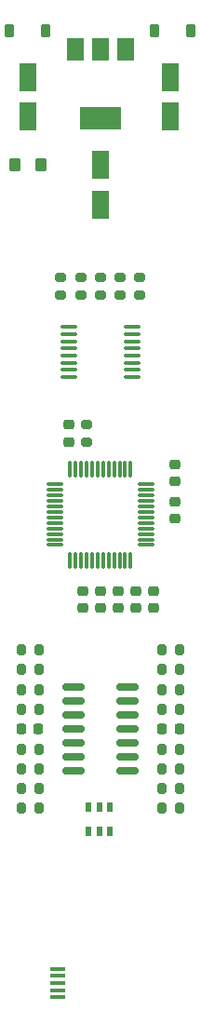
<source format=gbr>
%TF.GenerationSoftware,KiCad,Pcbnew,7.0.8*%
%TF.CreationDate,2023-10-17T17:14:39+01:00*%
%TF.ProjectId,QuadEnv_Components_3,51756164-456e-4765-9f43-6f6d706f6e65,rev?*%
%TF.SameCoordinates,Original*%
%TF.FileFunction,Paste,Top*%
%TF.FilePolarity,Positive*%
%FSLAX46Y46*%
G04 Gerber Fmt 4.6, Leading zero omitted, Abs format (unit mm)*
G04 Created by KiCad (PCBNEW 7.0.8) date 2023-10-17 17:14:39*
%MOMM*%
%LPD*%
G01*
G04 APERTURE LIST*
G04 Aperture macros list*
%AMRoundRect*
0 Rectangle with rounded corners*
0 $1 Rounding radius*
0 $2 $3 $4 $5 $6 $7 $8 $9 X,Y pos of 4 corners*
0 Add a 4 corners polygon primitive as box body*
4,1,4,$2,$3,$4,$5,$6,$7,$8,$9,$2,$3,0*
0 Add four circle primitives for the rounded corners*
1,1,$1+$1,$2,$3*
1,1,$1+$1,$4,$5*
1,1,$1+$1,$6,$7*
1,1,$1+$1,$8,$9*
0 Add four rect primitives between the rounded corners*
20,1,$1+$1,$2,$3,$4,$5,0*
20,1,$1+$1,$4,$5,$6,$7,0*
20,1,$1+$1,$6,$7,$8,$9,0*
20,1,$1+$1,$8,$9,$2,$3,0*%
G04 Aperture macros list end*
%ADD10RoundRect,0.200000X-0.200000X-0.275000X0.200000X-0.275000X0.200000X0.275000X-0.200000X0.275000X0*%
%ADD11R,0.600000X0.950000*%
%ADD12RoundRect,0.250000X-0.550000X1.050000X-0.550000X-1.050000X0.550000X-1.050000X0.550000X1.050000X0*%
%ADD13RoundRect,0.250000X0.550000X-1.050000X0.550000X1.050000X-0.550000X1.050000X-0.550000X-1.050000X0*%
%ADD14RoundRect,0.200000X0.275000X-0.200000X0.275000X0.200000X-0.275000X0.200000X-0.275000X-0.200000X0*%
%ADD15RoundRect,0.225000X0.250000X-0.225000X0.250000X0.225000X-0.250000X0.225000X-0.250000X-0.225000X0*%
%ADD16RoundRect,0.225000X-0.250000X0.225000X-0.250000X-0.225000X0.250000X-0.225000X0.250000X0.225000X0*%
%ADD17RoundRect,0.150000X-0.825000X-0.150000X0.825000X-0.150000X0.825000X0.150000X-0.825000X0.150000X0*%
%ADD18RoundRect,0.200000X0.200000X0.275000X-0.200000X0.275000X-0.200000X-0.275000X0.200000X-0.275000X0*%
%ADD19RoundRect,0.250000X0.275000X0.350000X-0.275000X0.350000X-0.275000X-0.350000X0.275000X-0.350000X0*%
%ADD20RoundRect,0.200000X-0.275000X0.200000X-0.275000X-0.200000X0.275000X-0.200000X0.275000X0.200000X0*%
%ADD21RoundRect,0.225000X-0.225000X-0.375000X0.225000X-0.375000X0.225000X0.375000X-0.225000X0.375000X0*%
%ADD22R,1.500000X2.000000*%
%ADD23R,3.800000X2.000000*%
%ADD24R,1.350000X0.400000*%
%ADD25RoundRect,0.225000X-0.225000X-0.250000X0.225000X-0.250000X0.225000X0.250000X-0.225000X0.250000X0*%
%ADD26RoundRect,0.100000X-0.637500X-0.100000X0.637500X-0.100000X0.637500X0.100000X-0.637500X0.100000X0*%
%ADD27RoundRect,0.075000X-0.662500X-0.075000X0.662500X-0.075000X0.662500X0.075000X-0.662500X0.075000X0*%
%ADD28RoundRect,0.075000X-0.075000X-0.662500X0.075000X-0.662500X0.075000X0.662500X-0.075000X0.662500X0*%
%ADD29RoundRect,0.225000X0.225000X0.250000X-0.225000X0.250000X-0.225000X-0.250000X0.225000X-0.250000X0*%
G04 APERTURE END LIST*
D10*
%TO.C,R22*%
X64975000Y-127500000D03*
X66625000Y-127500000D03*
%TD*%
D11*
%TO.C,U5*%
X60250000Y-129175000D03*
X59300000Y-129175000D03*
X58350000Y-129175000D03*
X58350000Y-131425000D03*
X59300000Y-131425000D03*
X60250000Y-131425000D03*
%TD*%
D12*
%TO.C,C4*%
X52800000Y-62800000D03*
X52800000Y-66400000D03*
%TD*%
D13*
%TO.C,C5*%
X65800000Y-66400000D03*
X65800000Y-62800000D03*
%TD*%
D14*
%TO.C,R3*%
X63000000Y-82625000D03*
X63000000Y-80975000D03*
%TD*%
D15*
%TO.C,C11*%
X57800000Y-111075000D03*
X57800000Y-109525000D03*
%TD*%
D10*
%TO.C,R16*%
X64975000Y-118500000D03*
X66625000Y-118500000D03*
%TD*%
D16*
%TO.C,C7*%
X61000000Y-109525000D03*
X61000000Y-111075000D03*
%TD*%
D17*
%TO.C,U4*%
X56925000Y-118290000D03*
X56925000Y-119560000D03*
X56925000Y-120830000D03*
X56925000Y-122100000D03*
X56925000Y-123370000D03*
X56925000Y-124640000D03*
X56925000Y-125910000D03*
X61875000Y-125910000D03*
X61875000Y-124640000D03*
X61875000Y-123370000D03*
X61875000Y-122100000D03*
X61875000Y-120830000D03*
X61875000Y-119560000D03*
X61875000Y-118290000D03*
%TD*%
D14*
%TO.C,R4*%
X61200000Y-82625000D03*
X61200000Y-80975000D03*
%TD*%
D18*
%TO.C,R9*%
X53825000Y-120300000D03*
X52175000Y-120300000D03*
%TD*%
D19*
%TO.C,L1*%
X53950000Y-70800000D03*
X51650000Y-70800000D03*
%TD*%
D12*
%TO.C,C8*%
X59400000Y-70800000D03*
X59400000Y-74400000D03*
%TD*%
D18*
%TO.C,R17*%
X53825000Y-116700000D03*
X52175000Y-116700000D03*
%TD*%
D20*
%TO.C,R5*%
X58100000Y-94375000D03*
X58100000Y-96025000D03*
%TD*%
D15*
%TO.C,C3*%
X66200000Y-99575000D03*
X66200000Y-98025000D03*
%TD*%
D10*
%TO.C,R24*%
X64975000Y-114900000D03*
X66625000Y-114900000D03*
%TD*%
%TO.C,R11*%
X64975000Y-123900000D03*
X66625000Y-123900000D03*
%TD*%
D15*
%TO.C,C12*%
X59400000Y-111075000D03*
X59400000Y-109525000D03*
%TD*%
D21*
%TO.C,D1*%
X51150000Y-58600000D03*
X54450000Y-58600000D03*
%TD*%
D10*
%TO.C,R12*%
X64975000Y-120300000D03*
X66625000Y-120300000D03*
%TD*%
D21*
%TO.C,D2*%
X64350000Y-58600000D03*
X67650000Y-58600000D03*
%TD*%
D20*
%TO.C,R6*%
X55800000Y-80975000D03*
X55800000Y-82625000D03*
%TD*%
D18*
%TO.C,R10*%
X53825000Y-123900000D03*
X52175000Y-123900000D03*
%TD*%
D22*
%TO.C,U2*%
X61700000Y-60250000D03*
X59400000Y-60250000D03*
D23*
X59400000Y-66550000D03*
D22*
X57100000Y-60250000D03*
%TD*%
D18*
%TO.C,R18*%
X53825000Y-114900000D03*
X52175000Y-114900000D03*
%TD*%
D16*
%TO.C,C1*%
X66200000Y-101425000D03*
X66200000Y-102975000D03*
%TD*%
D20*
%TO.C,R1*%
X57600000Y-80975000D03*
X57600000Y-82625000D03*
%TD*%
D24*
%TO.C,J7*%
X55485000Y-143900000D03*
X55485000Y-144550000D03*
X55485000Y-145200000D03*
X55485000Y-145850000D03*
X55485000Y-146500000D03*
%TD*%
D25*
%TO.C,C9*%
X52225000Y-122100000D03*
X53775000Y-122100000D03*
%TD*%
D15*
%TO.C,C6*%
X56500000Y-95975000D03*
X56500000Y-94425000D03*
%TD*%
D26*
%TO.C,U3*%
X56537500Y-85525000D03*
X56537500Y-86175000D03*
X56537500Y-86825000D03*
X56537500Y-87475000D03*
X56537500Y-88125000D03*
X56537500Y-88775000D03*
X56537500Y-89425000D03*
X56537500Y-90075000D03*
X62262500Y-90075000D03*
X62262500Y-89425000D03*
X62262500Y-88775000D03*
X62262500Y-88125000D03*
X62262500Y-87475000D03*
X62262500Y-86825000D03*
X62262500Y-86175000D03*
X62262500Y-85525000D03*
%TD*%
D10*
%TO.C,R13*%
X52175000Y-118500000D03*
X53825000Y-118500000D03*
%TD*%
D16*
%TO.C,C2*%
X64200000Y-109525000D03*
X64200000Y-111075000D03*
%TD*%
D18*
%TO.C,R14*%
X53825000Y-125700000D03*
X52175000Y-125700000D03*
%TD*%
%TO.C,R19*%
X53825000Y-129300000D03*
X52175000Y-129300000D03*
%TD*%
D27*
%TO.C,U1*%
X55237500Y-99850000D03*
X55237500Y-100350000D03*
X55237500Y-100850000D03*
X55237500Y-101350000D03*
X55237500Y-101850000D03*
X55237500Y-102350000D03*
X55237500Y-102850000D03*
X55237500Y-103350000D03*
X55237500Y-103850000D03*
X55237500Y-104350000D03*
X55237500Y-104850000D03*
X55237500Y-105350000D03*
D28*
X56650000Y-106762500D03*
X57150000Y-106762500D03*
X57650000Y-106762500D03*
X58150000Y-106762500D03*
X58650000Y-106762500D03*
X59150000Y-106762500D03*
X59650000Y-106762500D03*
X60150000Y-106762500D03*
X60650000Y-106762500D03*
X61150000Y-106762500D03*
X61650000Y-106762500D03*
X62150000Y-106762500D03*
D27*
X63562500Y-105350000D03*
X63562500Y-104850000D03*
X63562500Y-104350000D03*
X63562500Y-103850000D03*
X63562500Y-103350000D03*
X63562500Y-102850000D03*
X63562500Y-102350000D03*
X63562500Y-101850000D03*
X63562500Y-101350000D03*
X63562500Y-100850000D03*
X63562500Y-100350000D03*
X63562500Y-99850000D03*
D28*
X62150000Y-98437500D03*
X61650000Y-98437500D03*
X61150000Y-98437500D03*
X60650000Y-98437500D03*
X60150000Y-98437500D03*
X59650000Y-98437500D03*
X59150000Y-98437500D03*
X58650000Y-98437500D03*
X58150000Y-98437500D03*
X57650000Y-98437500D03*
X57150000Y-98437500D03*
X56650000Y-98437500D03*
%TD*%
D20*
%TO.C,R2*%
X59400000Y-80975000D03*
X59400000Y-82625000D03*
%TD*%
D10*
%TO.C,R23*%
X64975000Y-116700000D03*
X66625000Y-116700000D03*
%TD*%
D18*
%TO.C,R20*%
X53825000Y-127500000D03*
X52175000Y-127500000D03*
%TD*%
D10*
%TO.C,R21*%
X64975000Y-129300000D03*
X66625000Y-129300000D03*
%TD*%
D29*
%TO.C,C10*%
X66575000Y-122100000D03*
X65025000Y-122100000D03*
%TD*%
D15*
%TO.C,C13*%
X62600000Y-111075000D03*
X62600000Y-109525000D03*
%TD*%
D10*
%TO.C,R15*%
X64975000Y-125700000D03*
X66625000Y-125700000D03*
%TD*%
M02*

</source>
